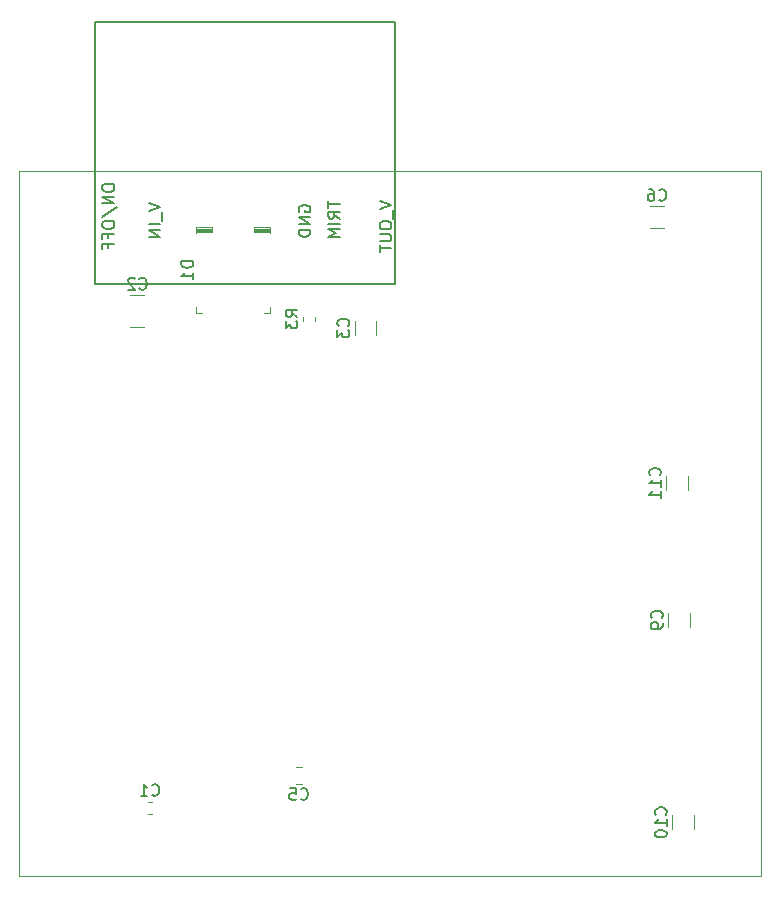
<source format=gbr>
G04 #@! TF.GenerationSoftware,KiCad,Pcbnew,5.1.2*
G04 #@! TF.CreationDate,2019-05-12T19:07:36-07:00*
G04 #@! TF.ProjectId,dashboard_shield,64617368-626f-4617-9264-5f736869656c,rev?*
G04 #@! TF.SameCoordinates,Original*
G04 #@! TF.FileFunction,Legend,Bot*
G04 #@! TF.FilePolarity,Positive*
%FSLAX46Y46*%
G04 Gerber Fmt 4.6, Leading zero omitted, Abs format (unit mm)*
G04 Created by KiCad (PCBNEW 5.1.2) date 2019-05-12 19:07:36*
%MOMM*%
%LPD*%
G04 APERTURE LIST*
%ADD10C,0.050000*%
%ADD11C,0.150000*%
%ADD12C,0.100000*%
%ADD13C,0.120000*%
G04 APERTURE END LIST*
D10*
X158115000Y-121920000D02*
X158115000Y-62230000D01*
X220980000Y-121920000D02*
X158115000Y-121920000D01*
X220980000Y-62230000D02*
X220980000Y-121920000D01*
X158115000Y-62230000D02*
X220980000Y-62230000D01*
D11*
X164566600Y-71805800D02*
X189966600Y-71805800D01*
X164566600Y-49580800D02*
X164566600Y-71805800D01*
X189966600Y-49580800D02*
X164566600Y-49580800D01*
X189966600Y-71805800D02*
X189966600Y-49580800D01*
D12*
X179350600Y-67386600D02*
X178050600Y-67386600D01*
X179350600Y-67286600D02*
X178050600Y-67286600D01*
X179350600Y-67186600D02*
X178050600Y-67186600D01*
X179350600Y-67086600D02*
X178050600Y-67086600D01*
X173150600Y-67386600D02*
X174450600Y-67386600D01*
X173150600Y-67286600D02*
X174450600Y-67286600D01*
X173150600Y-67186600D02*
X174450600Y-67186600D01*
X173150600Y-67086600D02*
X174450600Y-67086600D01*
X173150600Y-74186600D02*
X173150600Y-73686600D01*
X173150600Y-74186600D02*
X173650600Y-74186600D01*
X173150600Y-66986600D02*
X173150600Y-67486600D01*
X173150600Y-66986600D02*
X174450600Y-66986600D01*
X179350600Y-66986600D02*
X179350600Y-67486600D01*
X179350600Y-66986600D02*
X178050600Y-66986600D01*
X179350600Y-74186600D02*
X178850600Y-74186600D01*
X179350600Y-74186600D02*
X179350600Y-73686600D01*
X174450600Y-66986600D02*
X174450600Y-67386600D01*
X178050600Y-66986600D02*
X178050600Y-67386600D01*
D13*
X215235200Y-116745936D02*
X215235200Y-117950064D01*
X213415200Y-116745936D02*
X213415200Y-117950064D01*
X168750064Y-75426400D02*
X167545936Y-75426400D01*
X168750064Y-72706400D02*
X167545936Y-72706400D01*
X169386067Y-116613400D02*
X169043533Y-116613400D01*
X169386067Y-115593400D02*
X169043533Y-115593400D01*
X183186800Y-74555533D02*
X183186800Y-74898067D01*
X182166800Y-74555533D02*
X182166800Y-74898067D01*
X214752600Y-88018536D02*
X214752600Y-89222664D01*
X212932600Y-88018536D02*
X212932600Y-89222664D01*
X214905000Y-99600936D02*
X214905000Y-100805064D01*
X213085000Y-99600936D02*
X213085000Y-100805064D01*
X212742864Y-67026200D02*
X211538736Y-67026200D01*
X212742864Y-65206200D02*
X211538736Y-65206200D01*
X181551948Y-112650200D02*
X182074452Y-112650200D01*
X181551948Y-114070200D02*
X182074452Y-114070200D01*
X188362000Y-74886736D02*
X188362000Y-76090864D01*
X186542000Y-74886736D02*
X186542000Y-76090864D01*
D11*
X165187380Y-63516190D02*
X165187380Y-63706666D01*
X165235000Y-63801904D01*
X165330238Y-63897142D01*
X165520714Y-63944761D01*
X165854047Y-63944761D01*
X166044523Y-63897142D01*
X166139761Y-63801904D01*
X166187380Y-63706666D01*
X166187380Y-63516190D01*
X166139761Y-63420952D01*
X166044523Y-63325714D01*
X165854047Y-63278095D01*
X165520714Y-63278095D01*
X165330238Y-63325714D01*
X165235000Y-63420952D01*
X165187380Y-63516190D01*
X166187380Y-64373333D02*
X165187380Y-64373333D01*
X166187380Y-64944761D01*
X165187380Y-64944761D01*
X165139761Y-66135238D02*
X166425476Y-65278095D01*
X165187380Y-66659047D02*
X165187380Y-66849523D01*
X165235000Y-66944761D01*
X165330238Y-67040000D01*
X165520714Y-67087619D01*
X165854047Y-67087619D01*
X166044523Y-67040000D01*
X166139761Y-66944761D01*
X166187380Y-66849523D01*
X166187380Y-66659047D01*
X166139761Y-66563809D01*
X166044523Y-66468571D01*
X165854047Y-66420952D01*
X165520714Y-66420952D01*
X165330238Y-66468571D01*
X165235000Y-66563809D01*
X165187380Y-66659047D01*
X165663571Y-67849523D02*
X165663571Y-67516190D01*
X166187380Y-67516190D02*
X165187380Y-67516190D01*
X165187380Y-67992380D01*
X165663571Y-68706666D02*
X165663571Y-68373333D01*
X166187380Y-68373333D02*
X165187380Y-68373333D01*
X165187380Y-68849523D01*
X169098980Y-64944809D02*
X170098980Y-65278142D01*
X169098980Y-65611476D01*
X170194219Y-65706714D02*
X170194219Y-66468619D01*
X170098980Y-66706714D02*
X169098980Y-66706714D01*
X170098980Y-67182904D02*
X169098980Y-67182904D01*
X170098980Y-67754333D01*
X169098980Y-67754333D01*
X181846600Y-65659095D02*
X181798980Y-65563857D01*
X181798980Y-65421000D01*
X181846600Y-65278142D01*
X181941838Y-65182904D01*
X182037076Y-65135285D01*
X182227552Y-65087666D01*
X182370409Y-65087666D01*
X182560885Y-65135285D01*
X182656123Y-65182904D01*
X182751361Y-65278142D01*
X182798980Y-65421000D01*
X182798980Y-65516238D01*
X182751361Y-65659095D01*
X182703742Y-65706714D01*
X182370409Y-65706714D01*
X182370409Y-65516238D01*
X182798980Y-66135285D02*
X181798980Y-66135285D01*
X182798980Y-66706714D01*
X181798980Y-66706714D01*
X182798980Y-67182904D02*
X181798980Y-67182904D01*
X181798980Y-67421000D01*
X181846600Y-67563857D01*
X181941838Y-67659095D01*
X182037076Y-67706714D01*
X182227552Y-67754333D01*
X182370409Y-67754333D01*
X182560885Y-67706714D01*
X182656123Y-67659095D01*
X182751361Y-67563857D01*
X182798980Y-67421000D01*
X182798980Y-67182904D01*
X184288180Y-64749561D02*
X184288180Y-65320990D01*
X185288180Y-65035276D02*
X184288180Y-65035276D01*
X185288180Y-66225752D02*
X184811990Y-65892419D01*
X185288180Y-65654323D02*
X184288180Y-65654323D01*
X184288180Y-66035276D01*
X184335800Y-66130514D01*
X184383419Y-66178133D01*
X184478657Y-66225752D01*
X184621514Y-66225752D01*
X184716752Y-66178133D01*
X184764371Y-66130514D01*
X184811990Y-66035276D01*
X184811990Y-65654323D01*
X185288180Y-66654323D02*
X184288180Y-66654323D01*
X185288180Y-67130514D02*
X184288180Y-67130514D01*
X185002466Y-67463847D01*
X184288180Y-67797180D01*
X185288180Y-67797180D01*
X188656980Y-64760742D02*
X189656980Y-65094076D01*
X188656980Y-65427409D01*
X189752219Y-65522647D02*
X189752219Y-66284552D01*
X188656980Y-66713123D02*
X188656980Y-66903600D01*
X188704600Y-66998838D01*
X188799838Y-67094076D01*
X188990314Y-67141695D01*
X189323647Y-67141695D01*
X189514123Y-67094076D01*
X189609361Y-66998838D01*
X189656980Y-66903600D01*
X189656980Y-66713123D01*
X189609361Y-66617885D01*
X189514123Y-66522647D01*
X189323647Y-66475028D01*
X188990314Y-66475028D01*
X188799838Y-66522647D01*
X188704600Y-66617885D01*
X188656980Y-66713123D01*
X188656980Y-67570266D02*
X189466504Y-67570266D01*
X189561742Y-67617885D01*
X189609361Y-67665504D01*
X189656980Y-67760742D01*
X189656980Y-67951219D01*
X189609361Y-68046457D01*
X189561742Y-68094076D01*
X189466504Y-68141695D01*
X188656980Y-68141695D01*
X188656980Y-68475028D02*
X188656980Y-69046457D01*
X189656980Y-68760742D02*
X188656980Y-68760742D01*
X172872980Y-69848504D02*
X171872980Y-69848504D01*
X171872980Y-70086600D01*
X171920600Y-70229457D01*
X172015838Y-70324695D01*
X172111076Y-70372314D01*
X172301552Y-70419933D01*
X172444409Y-70419933D01*
X172634885Y-70372314D01*
X172730123Y-70324695D01*
X172825361Y-70229457D01*
X172872980Y-70086600D01*
X172872980Y-69848504D01*
X172872980Y-71372314D02*
X172872980Y-70800885D01*
X172872980Y-71086600D02*
X171872980Y-71086600D01*
X172015838Y-70991361D01*
X172111076Y-70896123D01*
X172158695Y-70800885D01*
X212862342Y-116705142D02*
X212909961Y-116657523D01*
X212957580Y-116514666D01*
X212957580Y-116419428D01*
X212909961Y-116276571D01*
X212814723Y-116181333D01*
X212719485Y-116133714D01*
X212529009Y-116086095D01*
X212386152Y-116086095D01*
X212195676Y-116133714D01*
X212100438Y-116181333D01*
X212005200Y-116276571D01*
X211957580Y-116419428D01*
X211957580Y-116514666D01*
X212005200Y-116657523D01*
X212052819Y-116705142D01*
X212957580Y-117657523D02*
X212957580Y-117086095D01*
X212957580Y-117371809D02*
X211957580Y-117371809D01*
X212100438Y-117276571D01*
X212195676Y-117181333D01*
X212243295Y-117086095D01*
X211957580Y-118276571D02*
X211957580Y-118371809D01*
X212005200Y-118467047D01*
X212052819Y-118514666D01*
X212148057Y-118562285D01*
X212338533Y-118609904D01*
X212576628Y-118609904D01*
X212767104Y-118562285D01*
X212862342Y-118514666D01*
X212909961Y-118467047D01*
X212957580Y-118371809D01*
X212957580Y-118276571D01*
X212909961Y-118181333D01*
X212862342Y-118133714D01*
X212767104Y-118086095D01*
X212576628Y-118038476D01*
X212338533Y-118038476D01*
X212148057Y-118086095D01*
X212052819Y-118133714D01*
X212005200Y-118181333D01*
X211957580Y-118276571D01*
X168314666Y-72143542D02*
X168362285Y-72191161D01*
X168505142Y-72238780D01*
X168600380Y-72238780D01*
X168743238Y-72191161D01*
X168838476Y-72095923D01*
X168886095Y-72000685D01*
X168933714Y-71810209D01*
X168933714Y-71667352D01*
X168886095Y-71476876D01*
X168838476Y-71381638D01*
X168743238Y-71286400D01*
X168600380Y-71238780D01*
X168505142Y-71238780D01*
X168362285Y-71286400D01*
X168314666Y-71334019D01*
X167933714Y-71334019D02*
X167886095Y-71286400D01*
X167790857Y-71238780D01*
X167552761Y-71238780D01*
X167457523Y-71286400D01*
X167409904Y-71334019D01*
X167362285Y-71429257D01*
X167362285Y-71524495D01*
X167409904Y-71667352D01*
X167981333Y-72238780D01*
X167362285Y-72238780D01*
X169381466Y-115030542D02*
X169429085Y-115078161D01*
X169571942Y-115125780D01*
X169667180Y-115125780D01*
X169810038Y-115078161D01*
X169905276Y-114982923D01*
X169952895Y-114887685D01*
X170000514Y-114697209D01*
X170000514Y-114554352D01*
X169952895Y-114363876D01*
X169905276Y-114268638D01*
X169810038Y-114173400D01*
X169667180Y-114125780D01*
X169571942Y-114125780D01*
X169429085Y-114173400D01*
X169381466Y-114221019D01*
X168429085Y-115125780D02*
X169000514Y-115125780D01*
X168714800Y-115125780D02*
X168714800Y-114125780D01*
X168810038Y-114268638D01*
X168905276Y-114363876D01*
X169000514Y-114411495D01*
X181699180Y-74560133D02*
X181222990Y-74226800D01*
X181699180Y-73988704D02*
X180699180Y-73988704D01*
X180699180Y-74369657D01*
X180746800Y-74464895D01*
X180794419Y-74512514D01*
X180889657Y-74560133D01*
X181032514Y-74560133D01*
X181127752Y-74512514D01*
X181175371Y-74464895D01*
X181222990Y-74369657D01*
X181222990Y-73988704D01*
X180699180Y-74893466D02*
X180699180Y-75512514D01*
X181080133Y-75179180D01*
X181080133Y-75322038D01*
X181127752Y-75417276D01*
X181175371Y-75464895D01*
X181270609Y-75512514D01*
X181508704Y-75512514D01*
X181603942Y-75464895D01*
X181651561Y-75417276D01*
X181699180Y-75322038D01*
X181699180Y-75036323D01*
X181651561Y-74941085D01*
X181603942Y-74893466D01*
X212379742Y-87977742D02*
X212427361Y-87930123D01*
X212474980Y-87787266D01*
X212474980Y-87692028D01*
X212427361Y-87549171D01*
X212332123Y-87453933D01*
X212236885Y-87406314D01*
X212046409Y-87358695D01*
X211903552Y-87358695D01*
X211713076Y-87406314D01*
X211617838Y-87453933D01*
X211522600Y-87549171D01*
X211474980Y-87692028D01*
X211474980Y-87787266D01*
X211522600Y-87930123D01*
X211570219Y-87977742D01*
X212474980Y-88930123D02*
X212474980Y-88358695D01*
X212474980Y-88644409D02*
X211474980Y-88644409D01*
X211617838Y-88549171D01*
X211713076Y-88453933D01*
X211760695Y-88358695D01*
X212474980Y-89882504D02*
X212474980Y-89311076D01*
X212474980Y-89596790D02*
X211474980Y-89596790D01*
X211617838Y-89501552D01*
X211713076Y-89406314D01*
X211760695Y-89311076D01*
X212532142Y-100036333D02*
X212579761Y-99988714D01*
X212627380Y-99845857D01*
X212627380Y-99750619D01*
X212579761Y-99607761D01*
X212484523Y-99512523D01*
X212389285Y-99464904D01*
X212198809Y-99417285D01*
X212055952Y-99417285D01*
X211865476Y-99464904D01*
X211770238Y-99512523D01*
X211675000Y-99607761D01*
X211627380Y-99750619D01*
X211627380Y-99845857D01*
X211675000Y-99988714D01*
X211722619Y-100036333D01*
X212627380Y-100512523D02*
X212627380Y-100703000D01*
X212579761Y-100798238D01*
X212532142Y-100845857D01*
X212389285Y-100941095D01*
X212198809Y-100988714D01*
X211817857Y-100988714D01*
X211722619Y-100941095D01*
X211675000Y-100893476D01*
X211627380Y-100798238D01*
X211627380Y-100607761D01*
X211675000Y-100512523D01*
X211722619Y-100464904D01*
X211817857Y-100417285D01*
X212055952Y-100417285D01*
X212151190Y-100464904D01*
X212198809Y-100512523D01*
X212246428Y-100607761D01*
X212246428Y-100798238D01*
X212198809Y-100893476D01*
X212151190Y-100941095D01*
X212055952Y-100988714D01*
X212307466Y-64653342D02*
X212355085Y-64700961D01*
X212497942Y-64748580D01*
X212593180Y-64748580D01*
X212736038Y-64700961D01*
X212831276Y-64605723D01*
X212878895Y-64510485D01*
X212926514Y-64320009D01*
X212926514Y-64177152D01*
X212878895Y-63986676D01*
X212831276Y-63891438D01*
X212736038Y-63796200D01*
X212593180Y-63748580D01*
X212497942Y-63748580D01*
X212355085Y-63796200D01*
X212307466Y-63843819D01*
X211450323Y-63748580D02*
X211640800Y-63748580D01*
X211736038Y-63796200D01*
X211783657Y-63843819D01*
X211878895Y-63986676D01*
X211926514Y-64177152D01*
X211926514Y-64558104D01*
X211878895Y-64653342D01*
X211831276Y-64700961D01*
X211736038Y-64748580D01*
X211545561Y-64748580D01*
X211450323Y-64700961D01*
X211402704Y-64653342D01*
X211355085Y-64558104D01*
X211355085Y-64320009D01*
X211402704Y-64224771D01*
X211450323Y-64177152D01*
X211545561Y-64129533D01*
X211736038Y-64129533D01*
X211831276Y-64177152D01*
X211878895Y-64224771D01*
X211926514Y-64320009D01*
X181979866Y-115367342D02*
X182027485Y-115414961D01*
X182170342Y-115462580D01*
X182265580Y-115462580D01*
X182408438Y-115414961D01*
X182503676Y-115319723D01*
X182551295Y-115224485D01*
X182598914Y-115034009D01*
X182598914Y-114891152D01*
X182551295Y-114700676D01*
X182503676Y-114605438D01*
X182408438Y-114510200D01*
X182265580Y-114462580D01*
X182170342Y-114462580D01*
X182027485Y-114510200D01*
X181979866Y-114557819D01*
X181075104Y-114462580D02*
X181551295Y-114462580D01*
X181598914Y-114938771D01*
X181551295Y-114891152D01*
X181456057Y-114843533D01*
X181217961Y-114843533D01*
X181122723Y-114891152D01*
X181075104Y-114938771D01*
X181027485Y-115034009D01*
X181027485Y-115272104D01*
X181075104Y-115367342D01*
X181122723Y-115414961D01*
X181217961Y-115462580D01*
X181456057Y-115462580D01*
X181551295Y-115414961D01*
X181598914Y-115367342D01*
X185989142Y-75322133D02*
X186036761Y-75274514D01*
X186084380Y-75131657D01*
X186084380Y-75036419D01*
X186036761Y-74893561D01*
X185941523Y-74798323D01*
X185846285Y-74750704D01*
X185655809Y-74703085D01*
X185512952Y-74703085D01*
X185322476Y-74750704D01*
X185227238Y-74798323D01*
X185132000Y-74893561D01*
X185084380Y-75036419D01*
X185084380Y-75131657D01*
X185132000Y-75274514D01*
X185179619Y-75322133D01*
X185084380Y-75655466D02*
X185084380Y-76274514D01*
X185465333Y-75941180D01*
X185465333Y-76084038D01*
X185512952Y-76179276D01*
X185560571Y-76226895D01*
X185655809Y-76274514D01*
X185893904Y-76274514D01*
X185989142Y-76226895D01*
X186036761Y-76179276D01*
X186084380Y-76084038D01*
X186084380Y-75798323D01*
X186036761Y-75703085D01*
X185989142Y-75655466D01*
M02*

</source>
